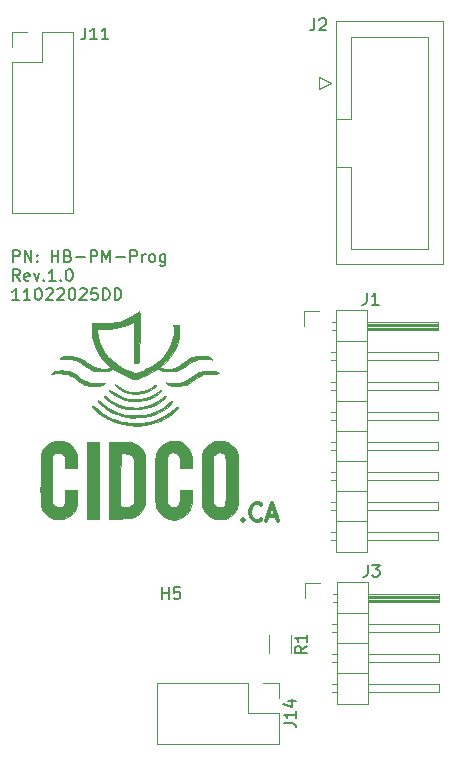
<source format=gbr>
%TF.GenerationSoftware,KiCad,Pcbnew,8.0.6*%
%TF.CreationDate,2025-02-12T12:21:41-05:00*%
%TF.ProjectId,prog,70726f67-2e6b-4696-9361-645f70636258,rev?*%
%TF.SameCoordinates,Original*%
%TF.FileFunction,Legend,Top*%
%TF.FilePolarity,Positive*%
%FSLAX46Y46*%
G04 Gerber Fmt 4.6, Leading zero omitted, Abs format (unit mm)*
G04 Created by KiCad (PCBNEW 8.0.6) date 2025-02-12 12:21:41*
%MOMM*%
%LPD*%
G01*
G04 APERTURE LIST*
%ADD10C,0.150000*%
%ADD11C,0.300000*%
%ADD12C,0.010000*%
%ADD13C,0.120000*%
G04 APERTURE END LIST*
D10*
X102836779Y-61149931D02*
X102836779Y-60149931D01*
X102836779Y-60149931D02*
X103217731Y-60149931D01*
X103217731Y-60149931D02*
X103312969Y-60197550D01*
X103312969Y-60197550D02*
X103360588Y-60245169D01*
X103360588Y-60245169D02*
X103408207Y-60340407D01*
X103408207Y-60340407D02*
X103408207Y-60483264D01*
X103408207Y-60483264D02*
X103360588Y-60578502D01*
X103360588Y-60578502D02*
X103312969Y-60626121D01*
X103312969Y-60626121D02*
X103217731Y-60673740D01*
X103217731Y-60673740D02*
X102836779Y-60673740D01*
X103836779Y-61149931D02*
X103836779Y-60149931D01*
X103836779Y-60149931D02*
X104408207Y-61149931D01*
X104408207Y-61149931D02*
X104408207Y-60149931D01*
X104884398Y-61054692D02*
X104932017Y-61102312D01*
X104932017Y-61102312D02*
X104884398Y-61149931D01*
X104884398Y-61149931D02*
X104836779Y-61102312D01*
X104836779Y-61102312D02*
X104884398Y-61054692D01*
X104884398Y-61054692D02*
X104884398Y-61149931D01*
X104884398Y-60530883D02*
X104932017Y-60578502D01*
X104932017Y-60578502D02*
X104884398Y-60626121D01*
X104884398Y-60626121D02*
X104836779Y-60578502D01*
X104836779Y-60578502D02*
X104884398Y-60530883D01*
X104884398Y-60530883D02*
X104884398Y-60626121D01*
X106122493Y-61149931D02*
X106122493Y-60149931D01*
X106122493Y-60626121D02*
X106693921Y-60626121D01*
X106693921Y-61149931D02*
X106693921Y-60149931D01*
X107503445Y-60626121D02*
X107646302Y-60673740D01*
X107646302Y-60673740D02*
X107693921Y-60721359D01*
X107693921Y-60721359D02*
X107741540Y-60816597D01*
X107741540Y-60816597D02*
X107741540Y-60959454D01*
X107741540Y-60959454D02*
X107693921Y-61054692D01*
X107693921Y-61054692D02*
X107646302Y-61102312D01*
X107646302Y-61102312D02*
X107551064Y-61149931D01*
X107551064Y-61149931D02*
X107170112Y-61149931D01*
X107170112Y-61149931D02*
X107170112Y-60149931D01*
X107170112Y-60149931D02*
X107503445Y-60149931D01*
X107503445Y-60149931D02*
X107598683Y-60197550D01*
X107598683Y-60197550D02*
X107646302Y-60245169D01*
X107646302Y-60245169D02*
X107693921Y-60340407D01*
X107693921Y-60340407D02*
X107693921Y-60435645D01*
X107693921Y-60435645D02*
X107646302Y-60530883D01*
X107646302Y-60530883D02*
X107598683Y-60578502D01*
X107598683Y-60578502D02*
X107503445Y-60626121D01*
X107503445Y-60626121D02*
X107170112Y-60626121D01*
X108170112Y-60768978D02*
X108932017Y-60768978D01*
X109408207Y-61149931D02*
X109408207Y-60149931D01*
X109408207Y-60149931D02*
X109789159Y-60149931D01*
X109789159Y-60149931D02*
X109884397Y-60197550D01*
X109884397Y-60197550D02*
X109932016Y-60245169D01*
X109932016Y-60245169D02*
X109979635Y-60340407D01*
X109979635Y-60340407D02*
X109979635Y-60483264D01*
X109979635Y-60483264D02*
X109932016Y-60578502D01*
X109932016Y-60578502D02*
X109884397Y-60626121D01*
X109884397Y-60626121D02*
X109789159Y-60673740D01*
X109789159Y-60673740D02*
X109408207Y-60673740D01*
X110408207Y-61149931D02*
X110408207Y-60149931D01*
X110408207Y-60149931D02*
X110741540Y-60864216D01*
X110741540Y-60864216D02*
X111074873Y-60149931D01*
X111074873Y-60149931D02*
X111074873Y-61149931D01*
X111551064Y-60768978D02*
X112312969Y-60768978D01*
X112789159Y-61149931D02*
X112789159Y-60149931D01*
X112789159Y-60149931D02*
X113170111Y-60149931D01*
X113170111Y-60149931D02*
X113265349Y-60197550D01*
X113265349Y-60197550D02*
X113312968Y-60245169D01*
X113312968Y-60245169D02*
X113360587Y-60340407D01*
X113360587Y-60340407D02*
X113360587Y-60483264D01*
X113360587Y-60483264D02*
X113312968Y-60578502D01*
X113312968Y-60578502D02*
X113265349Y-60626121D01*
X113265349Y-60626121D02*
X113170111Y-60673740D01*
X113170111Y-60673740D02*
X112789159Y-60673740D01*
X113789159Y-61149931D02*
X113789159Y-60483264D01*
X113789159Y-60673740D02*
X113836778Y-60578502D01*
X113836778Y-60578502D02*
X113884397Y-60530883D01*
X113884397Y-60530883D02*
X113979635Y-60483264D01*
X113979635Y-60483264D02*
X114074873Y-60483264D01*
X114551064Y-61149931D02*
X114455826Y-61102312D01*
X114455826Y-61102312D02*
X114408207Y-61054692D01*
X114408207Y-61054692D02*
X114360588Y-60959454D01*
X114360588Y-60959454D02*
X114360588Y-60673740D01*
X114360588Y-60673740D02*
X114408207Y-60578502D01*
X114408207Y-60578502D02*
X114455826Y-60530883D01*
X114455826Y-60530883D02*
X114551064Y-60483264D01*
X114551064Y-60483264D02*
X114693921Y-60483264D01*
X114693921Y-60483264D02*
X114789159Y-60530883D01*
X114789159Y-60530883D02*
X114836778Y-60578502D01*
X114836778Y-60578502D02*
X114884397Y-60673740D01*
X114884397Y-60673740D02*
X114884397Y-60959454D01*
X114884397Y-60959454D02*
X114836778Y-61054692D01*
X114836778Y-61054692D02*
X114789159Y-61102312D01*
X114789159Y-61102312D02*
X114693921Y-61149931D01*
X114693921Y-61149931D02*
X114551064Y-61149931D01*
X115741540Y-60483264D02*
X115741540Y-61292788D01*
X115741540Y-61292788D02*
X115693921Y-61388026D01*
X115693921Y-61388026D02*
X115646302Y-61435645D01*
X115646302Y-61435645D02*
X115551064Y-61483264D01*
X115551064Y-61483264D02*
X115408207Y-61483264D01*
X115408207Y-61483264D02*
X115312969Y-61435645D01*
X115741540Y-61102312D02*
X115646302Y-61149931D01*
X115646302Y-61149931D02*
X115455826Y-61149931D01*
X115455826Y-61149931D02*
X115360588Y-61102312D01*
X115360588Y-61102312D02*
X115312969Y-61054692D01*
X115312969Y-61054692D02*
X115265350Y-60959454D01*
X115265350Y-60959454D02*
X115265350Y-60673740D01*
X115265350Y-60673740D02*
X115312969Y-60578502D01*
X115312969Y-60578502D02*
X115360588Y-60530883D01*
X115360588Y-60530883D02*
X115455826Y-60483264D01*
X115455826Y-60483264D02*
X115646302Y-60483264D01*
X115646302Y-60483264D02*
X115741540Y-60530883D01*
X103408207Y-62759875D02*
X103074874Y-62283684D01*
X102836779Y-62759875D02*
X102836779Y-61759875D01*
X102836779Y-61759875D02*
X103217731Y-61759875D01*
X103217731Y-61759875D02*
X103312969Y-61807494D01*
X103312969Y-61807494D02*
X103360588Y-61855113D01*
X103360588Y-61855113D02*
X103408207Y-61950351D01*
X103408207Y-61950351D02*
X103408207Y-62093208D01*
X103408207Y-62093208D02*
X103360588Y-62188446D01*
X103360588Y-62188446D02*
X103312969Y-62236065D01*
X103312969Y-62236065D02*
X103217731Y-62283684D01*
X103217731Y-62283684D02*
X102836779Y-62283684D01*
X104217731Y-62712256D02*
X104122493Y-62759875D01*
X104122493Y-62759875D02*
X103932017Y-62759875D01*
X103932017Y-62759875D02*
X103836779Y-62712256D01*
X103836779Y-62712256D02*
X103789160Y-62617017D01*
X103789160Y-62617017D02*
X103789160Y-62236065D01*
X103789160Y-62236065D02*
X103836779Y-62140827D01*
X103836779Y-62140827D02*
X103932017Y-62093208D01*
X103932017Y-62093208D02*
X104122493Y-62093208D01*
X104122493Y-62093208D02*
X104217731Y-62140827D01*
X104217731Y-62140827D02*
X104265350Y-62236065D01*
X104265350Y-62236065D02*
X104265350Y-62331303D01*
X104265350Y-62331303D02*
X103789160Y-62426541D01*
X104598684Y-62093208D02*
X104836779Y-62759875D01*
X104836779Y-62759875D02*
X105074874Y-62093208D01*
X105455827Y-62664636D02*
X105503446Y-62712256D01*
X105503446Y-62712256D02*
X105455827Y-62759875D01*
X105455827Y-62759875D02*
X105408208Y-62712256D01*
X105408208Y-62712256D02*
X105455827Y-62664636D01*
X105455827Y-62664636D02*
X105455827Y-62759875D01*
X106455826Y-62759875D02*
X105884398Y-62759875D01*
X106170112Y-62759875D02*
X106170112Y-61759875D01*
X106170112Y-61759875D02*
X106074874Y-61902732D01*
X106074874Y-61902732D02*
X105979636Y-61997970D01*
X105979636Y-61997970D02*
X105884398Y-62045589D01*
X106884398Y-62664636D02*
X106932017Y-62712256D01*
X106932017Y-62712256D02*
X106884398Y-62759875D01*
X106884398Y-62759875D02*
X106836779Y-62712256D01*
X106836779Y-62712256D02*
X106884398Y-62664636D01*
X106884398Y-62664636D02*
X106884398Y-62759875D01*
X107551064Y-61759875D02*
X107646302Y-61759875D01*
X107646302Y-61759875D02*
X107741540Y-61807494D01*
X107741540Y-61807494D02*
X107789159Y-61855113D01*
X107789159Y-61855113D02*
X107836778Y-61950351D01*
X107836778Y-61950351D02*
X107884397Y-62140827D01*
X107884397Y-62140827D02*
X107884397Y-62378922D01*
X107884397Y-62378922D02*
X107836778Y-62569398D01*
X107836778Y-62569398D02*
X107789159Y-62664636D01*
X107789159Y-62664636D02*
X107741540Y-62712256D01*
X107741540Y-62712256D02*
X107646302Y-62759875D01*
X107646302Y-62759875D02*
X107551064Y-62759875D01*
X107551064Y-62759875D02*
X107455826Y-62712256D01*
X107455826Y-62712256D02*
X107408207Y-62664636D01*
X107408207Y-62664636D02*
X107360588Y-62569398D01*
X107360588Y-62569398D02*
X107312969Y-62378922D01*
X107312969Y-62378922D02*
X107312969Y-62140827D01*
X107312969Y-62140827D02*
X107360588Y-61950351D01*
X107360588Y-61950351D02*
X107408207Y-61855113D01*
X107408207Y-61855113D02*
X107455826Y-61807494D01*
X107455826Y-61807494D02*
X107551064Y-61759875D01*
X103360588Y-64369819D02*
X102789160Y-64369819D01*
X103074874Y-64369819D02*
X103074874Y-63369819D01*
X103074874Y-63369819D02*
X102979636Y-63512676D01*
X102979636Y-63512676D02*
X102884398Y-63607914D01*
X102884398Y-63607914D02*
X102789160Y-63655533D01*
X104312969Y-64369819D02*
X103741541Y-64369819D01*
X104027255Y-64369819D02*
X104027255Y-63369819D01*
X104027255Y-63369819D02*
X103932017Y-63512676D01*
X103932017Y-63512676D02*
X103836779Y-63607914D01*
X103836779Y-63607914D02*
X103741541Y-63655533D01*
X104932017Y-63369819D02*
X105027255Y-63369819D01*
X105027255Y-63369819D02*
X105122493Y-63417438D01*
X105122493Y-63417438D02*
X105170112Y-63465057D01*
X105170112Y-63465057D02*
X105217731Y-63560295D01*
X105217731Y-63560295D02*
X105265350Y-63750771D01*
X105265350Y-63750771D02*
X105265350Y-63988866D01*
X105265350Y-63988866D02*
X105217731Y-64179342D01*
X105217731Y-64179342D02*
X105170112Y-64274580D01*
X105170112Y-64274580D02*
X105122493Y-64322200D01*
X105122493Y-64322200D02*
X105027255Y-64369819D01*
X105027255Y-64369819D02*
X104932017Y-64369819D01*
X104932017Y-64369819D02*
X104836779Y-64322200D01*
X104836779Y-64322200D02*
X104789160Y-64274580D01*
X104789160Y-64274580D02*
X104741541Y-64179342D01*
X104741541Y-64179342D02*
X104693922Y-63988866D01*
X104693922Y-63988866D02*
X104693922Y-63750771D01*
X104693922Y-63750771D02*
X104741541Y-63560295D01*
X104741541Y-63560295D02*
X104789160Y-63465057D01*
X104789160Y-63465057D02*
X104836779Y-63417438D01*
X104836779Y-63417438D02*
X104932017Y-63369819D01*
X105646303Y-63465057D02*
X105693922Y-63417438D01*
X105693922Y-63417438D02*
X105789160Y-63369819D01*
X105789160Y-63369819D02*
X106027255Y-63369819D01*
X106027255Y-63369819D02*
X106122493Y-63417438D01*
X106122493Y-63417438D02*
X106170112Y-63465057D01*
X106170112Y-63465057D02*
X106217731Y-63560295D01*
X106217731Y-63560295D02*
X106217731Y-63655533D01*
X106217731Y-63655533D02*
X106170112Y-63798390D01*
X106170112Y-63798390D02*
X105598684Y-64369819D01*
X105598684Y-64369819D02*
X106217731Y-64369819D01*
X106598684Y-63465057D02*
X106646303Y-63417438D01*
X106646303Y-63417438D02*
X106741541Y-63369819D01*
X106741541Y-63369819D02*
X106979636Y-63369819D01*
X106979636Y-63369819D02*
X107074874Y-63417438D01*
X107074874Y-63417438D02*
X107122493Y-63465057D01*
X107122493Y-63465057D02*
X107170112Y-63560295D01*
X107170112Y-63560295D02*
X107170112Y-63655533D01*
X107170112Y-63655533D02*
X107122493Y-63798390D01*
X107122493Y-63798390D02*
X106551065Y-64369819D01*
X106551065Y-64369819D02*
X107170112Y-64369819D01*
X107789160Y-63369819D02*
X107884398Y-63369819D01*
X107884398Y-63369819D02*
X107979636Y-63417438D01*
X107979636Y-63417438D02*
X108027255Y-63465057D01*
X108027255Y-63465057D02*
X108074874Y-63560295D01*
X108074874Y-63560295D02*
X108122493Y-63750771D01*
X108122493Y-63750771D02*
X108122493Y-63988866D01*
X108122493Y-63988866D02*
X108074874Y-64179342D01*
X108074874Y-64179342D02*
X108027255Y-64274580D01*
X108027255Y-64274580D02*
X107979636Y-64322200D01*
X107979636Y-64322200D02*
X107884398Y-64369819D01*
X107884398Y-64369819D02*
X107789160Y-64369819D01*
X107789160Y-64369819D02*
X107693922Y-64322200D01*
X107693922Y-64322200D02*
X107646303Y-64274580D01*
X107646303Y-64274580D02*
X107598684Y-64179342D01*
X107598684Y-64179342D02*
X107551065Y-63988866D01*
X107551065Y-63988866D02*
X107551065Y-63750771D01*
X107551065Y-63750771D02*
X107598684Y-63560295D01*
X107598684Y-63560295D02*
X107646303Y-63465057D01*
X107646303Y-63465057D02*
X107693922Y-63417438D01*
X107693922Y-63417438D02*
X107789160Y-63369819D01*
X108503446Y-63465057D02*
X108551065Y-63417438D01*
X108551065Y-63417438D02*
X108646303Y-63369819D01*
X108646303Y-63369819D02*
X108884398Y-63369819D01*
X108884398Y-63369819D02*
X108979636Y-63417438D01*
X108979636Y-63417438D02*
X109027255Y-63465057D01*
X109027255Y-63465057D02*
X109074874Y-63560295D01*
X109074874Y-63560295D02*
X109074874Y-63655533D01*
X109074874Y-63655533D02*
X109027255Y-63798390D01*
X109027255Y-63798390D02*
X108455827Y-64369819D01*
X108455827Y-64369819D02*
X109074874Y-64369819D01*
X109979636Y-63369819D02*
X109503446Y-63369819D01*
X109503446Y-63369819D02*
X109455827Y-63846009D01*
X109455827Y-63846009D02*
X109503446Y-63798390D01*
X109503446Y-63798390D02*
X109598684Y-63750771D01*
X109598684Y-63750771D02*
X109836779Y-63750771D01*
X109836779Y-63750771D02*
X109932017Y-63798390D01*
X109932017Y-63798390D02*
X109979636Y-63846009D01*
X109979636Y-63846009D02*
X110027255Y-63941247D01*
X110027255Y-63941247D02*
X110027255Y-64179342D01*
X110027255Y-64179342D02*
X109979636Y-64274580D01*
X109979636Y-64274580D02*
X109932017Y-64322200D01*
X109932017Y-64322200D02*
X109836779Y-64369819D01*
X109836779Y-64369819D02*
X109598684Y-64369819D01*
X109598684Y-64369819D02*
X109503446Y-64322200D01*
X109503446Y-64322200D02*
X109455827Y-64274580D01*
X110455827Y-64369819D02*
X110455827Y-63369819D01*
X110455827Y-63369819D02*
X110693922Y-63369819D01*
X110693922Y-63369819D02*
X110836779Y-63417438D01*
X110836779Y-63417438D02*
X110932017Y-63512676D01*
X110932017Y-63512676D02*
X110979636Y-63607914D01*
X110979636Y-63607914D02*
X111027255Y-63798390D01*
X111027255Y-63798390D02*
X111027255Y-63941247D01*
X111027255Y-63941247D02*
X110979636Y-64131723D01*
X110979636Y-64131723D02*
X110932017Y-64226961D01*
X110932017Y-64226961D02*
X110836779Y-64322200D01*
X110836779Y-64322200D02*
X110693922Y-64369819D01*
X110693922Y-64369819D02*
X110455827Y-64369819D01*
X111455827Y-64369819D02*
X111455827Y-63369819D01*
X111455827Y-63369819D02*
X111693922Y-63369819D01*
X111693922Y-63369819D02*
X111836779Y-63417438D01*
X111836779Y-63417438D02*
X111932017Y-63512676D01*
X111932017Y-63512676D02*
X111979636Y-63607914D01*
X111979636Y-63607914D02*
X112027255Y-63798390D01*
X112027255Y-63798390D02*
X112027255Y-63941247D01*
X112027255Y-63941247D02*
X111979636Y-64131723D01*
X111979636Y-64131723D02*
X111932017Y-64226961D01*
X111932017Y-64226961D02*
X111836779Y-64322200D01*
X111836779Y-64322200D02*
X111693922Y-64369819D01*
X111693922Y-64369819D02*
X111455827Y-64369819D01*
D11*
X122304510Y-82937971D02*
X122375939Y-83009400D01*
X122375939Y-83009400D02*
X122304510Y-83080828D01*
X122304510Y-83080828D02*
X122233082Y-83009400D01*
X122233082Y-83009400D02*
X122304510Y-82937971D01*
X122304510Y-82937971D02*
X122304510Y-83080828D01*
X123875939Y-82937971D02*
X123804511Y-83009400D01*
X123804511Y-83009400D02*
X123590225Y-83080828D01*
X123590225Y-83080828D02*
X123447368Y-83080828D01*
X123447368Y-83080828D02*
X123233082Y-83009400D01*
X123233082Y-83009400D02*
X123090225Y-82866542D01*
X123090225Y-82866542D02*
X123018796Y-82723685D01*
X123018796Y-82723685D02*
X122947368Y-82437971D01*
X122947368Y-82437971D02*
X122947368Y-82223685D01*
X122947368Y-82223685D02*
X123018796Y-81937971D01*
X123018796Y-81937971D02*
X123090225Y-81795114D01*
X123090225Y-81795114D02*
X123233082Y-81652257D01*
X123233082Y-81652257D02*
X123447368Y-81580828D01*
X123447368Y-81580828D02*
X123590225Y-81580828D01*
X123590225Y-81580828D02*
X123804511Y-81652257D01*
X123804511Y-81652257D02*
X123875939Y-81723685D01*
X124447368Y-82652257D02*
X125161654Y-82652257D01*
X124304511Y-83080828D02*
X124804511Y-81580828D01*
X124804511Y-81580828D02*
X125304511Y-83080828D01*
D10*
X125784819Y-100179523D02*
X126499104Y-100179523D01*
X126499104Y-100179523D02*
X126641961Y-100227142D01*
X126641961Y-100227142D02*
X126737200Y-100322380D01*
X126737200Y-100322380D02*
X126784819Y-100465237D01*
X126784819Y-100465237D02*
X126784819Y-100560475D01*
X126784819Y-99179523D02*
X126784819Y-99750951D01*
X126784819Y-99465237D02*
X125784819Y-99465237D01*
X125784819Y-99465237D02*
X125927676Y-99560475D01*
X125927676Y-99560475D02*
X126022914Y-99655713D01*
X126022914Y-99655713D02*
X126070533Y-99750951D01*
X126118152Y-98322380D02*
X126784819Y-98322380D01*
X125737200Y-98560475D02*
X126451485Y-98798570D01*
X126451485Y-98798570D02*
X126451485Y-98179523D01*
X132801666Y-63754819D02*
X132801666Y-64469104D01*
X132801666Y-64469104D02*
X132754047Y-64611961D01*
X132754047Y-64611961D02*
X132658809Y-64707200D01*
X132658809Y-64707200D02*
X132515952Y-64754819D01*
X132515952Y-64754819D02*
X132420714Y-64754819D01*
X133801666Y-64754819D02*
X133230238Y-64754819D01*
X133515952Y-64754819D02*
X133515952Y-63754819D01*
X133515952Y-63754819D02*
X133420714Y-63897676D01*
X133420714Y-63897676D02*
X133325476Y-63992914D01*
X133325476Y-63992914D02*
X133230238Y-64040533D01*
X128356666Y-40534819D02*
X128356666Y-41249104D01*
X128356666Y-41249104D02*
X128309047Y-41391961D01*
X128309047Y-41391961D02*
X128213809Y-41487200D01*
X128213809Y-41487200D02*
X128070952Y-41534819D01*
X128070952Y-41534819D02*
X127975714Y-41534819D01*
X128785238Y-40630057D02*
X128832857Y-40582438D01*
X128832857Y-40582438D02*
X128928095Y-40534819D01*
X128928095Y-40534819D02*
X129166190Y-40534819D01*
X129166190Y-40534819D02*
X129261428Y-40582438D01*
X129261428Y-40582438D02*
X129309047Y-40630057D01*
X129309047Y-40630057D02*
X129356666Y-40725295D01*
X129356666Y-40725295D02*
X129356666Y-40820533D01*
X129356666Y-40820533D02*
X129309047Y-40963390D01*
X129309047Y-40963390D02*
X128737619Y-41534819D01*
X128737619Y-41534819D02*
X129356666Y-41534819D01*
X108965476Y-41304819D02*
X108965476Y-42019104D01*
X108965476Y-42019104D02*
X108917857Y-42161961D01*
X108917857Y-42161961D02*
X108822619Y-42257200D01*
X108822619Y-42257200D02*
X108679762Y-42304819D01*
X108679762Y-42304819D02*
X108584524Y-42304819D01*
X109965476Y-42304819D02*
X109394048Y-42304819D01*
X109679762Y-42304819D02*
X109679762Y-41304819D01*
X109679762Y-41304819D02*
X109584524Y-41447676D01*
X109584524Y-41447676D02*
X109489286Y-41542914D01*
X109489286Y-41542914D02*
X109394048Y-41590533D01*
X110917857Y-42304819D02*
X110346429Y-42304819D01*
X110632143Y-42304819D02*
X110632143Y-41304819D01*
X110632143Y-41304819D02*
X110536905Y-41447676D01*
X110536905Y-41447676D02*
X110441667Y-41542914D01*
X110441667Y-41542914D02*
X110346429Y-41590533D01*
X127724819Y-93666666D02*
X127248628Y-93999999D01*
X127724819Y-94238094D02*
X126724819Y-94238094D01*
X126724819Y-94238094D02*
X126724819Y-93857142D01*
X126724819Y-93857142D02*
X126772438Y-93761904D01*
X126772438Y-93761904D02*
X126820057Y-93714285D01*
X126820057Y-93714285D02*
X126915295Y-93666666D01*
X126915295Y-93666666D02*
X127058152Y-93666666D01*
X127058152Y-93666666D02*
X127153390Y-93714285D01*
X127153390Y-93714285D02*
X127201009Y-93761904D01*
X127201009Y-93761904D02*
X127248628Y-93857142D01*
X127248628Y-93857142D02*
X127248628Y-94238094D01*
X127724819Y-92714285D02*
X127724819Y-93285713D01*
X127724819Y-92999999D02*
X126724819Y-92999999D01*
X126724819Y-92999999D02*
X126867676Y-93095237D01*
X126867676Y-93095237D02*
X126962914Y-93190475D01*
X126962914Y-93190475D02*
X127010533Y-93285713D01*
X115438095Y-89684819D02*
X115438095Y-88684819D01*
X115438095Y-89161009D02*
X116009523Y-89161009D01*
X116009523Y-89684819D02*
X116009523Y-88684819D01*
X116961904Y-88684819D02*
X116485714Y-88684819D01*
X116485714Y-88684819D02*
X116438095Y-89161009D01*
X116438095Y-89161009D02*
X116485714Y-89113390D01*
X116485714Y-89113390D02*
X116580952Y-89065771D01*
X116580952Y-89065771D02*
X116819047Y-89065771D01*
X116819047Y-89065771D02*
X116914285Y-89113390D01*
X116914285Y-89113390D02*
X116961904Y-89161009D01*
X116961904Y-89161009D02*
X117009523Y-89256247D01*
X117009523Y-89256247D02*
X117009523Y-89494342D01*
X117009523Y-89494342D02*
X116961904Y-89589580D01*
X116961904Y-89589580D02*
X116914285Y-89637200D01*
X116914285Y-89637200D02*
X116819047Y-89684819D01*
X116819047Y-89684819D02*
X116580952Y-89684819D01*
X116580952Y-89684819D02*
X116485714Y-89637200D01*
X116485714Y-89637200D02*
X116438095Y-89589580D01*
X132876666Y-86784819D02*
X132876666Y-87499104D01*
X132876666Y-87499104D02*
X132829047Y-87641961D01*
X132829047Y-87641961D02*
X132733809Y-87737200D01*
X132733809Y-87737200D02*
X132590952Y-87784819D01*
X132590952Y-87784819D02*
X132495714Y-87784819D01*
X133257619Y-86784819D02*
X133876666Y-86784819D01*
X133876666Y-86784819D02*
X133543333Y-87165771D01*
X133543333Y-87165771D02*
X133686190Y-87165771D01*
X133686190Y-87165771D02*
X133781428Y-87213390D01*
X133781428Y-87213390D02*
X133829047Y-87261009D01*
X133829047Y-87261009D02*
X133876666Y-87356247D01*
X133876666Y-87356247D02*
X133876666Y-87594342D01*
X133876666Y-87594342D02*
X133829047Y-87689580D01*
X133829047Y-87689580D02*
X133781428Y-87737200D01*
X133781428Y-87737200D02*
X133686190Y-87784819D01*
X133686190Y-87784819D02*
X133400476Y-87784819D01*
X133400476Y-87784819D02*
X133305238Y-87737200D01*
X133305238Y-87737200D02*
X133257619Y-87689580D01*
D12*
%TO.C,logo1*%
X110092400Y-82873200D02*
X109076400Y-82873200D01*
X109076400Y-76370800D01*
X110092400Y-76370800D01*
X110092400Y-82873200D01*
G36*
X110092400Y-82873200D02*
G01*
X109076400Y-82873200D01*
X109076400Y-76370800D01*
X110092400Y-76370800D01*
X110092400Y-82873200D01*
G37*
X111160234Y-72036364D02*
X111229798Y-72091867D01*
X111618862Y-72368741D01*
X112065716Y-72576353D01*
X112552257Y-72712986D01*
X113060380Y-72776927D01*
X113571983Y-72766458D01*
X114068962Y-72679866D01*
X114533212Y-72515435D01*
X114715200Y-72422116D01*
X114899694Y-72306757D01*
X115092833Y-72170395D01*
X115156314Y-72121149D01*
X115304696Y-72019280D01*
X115392620Y-71991492D01*
X115415176Y-72026799D01*
X115367456Y-72114213D01*
X115244553Y-72242747D01*
X115220197Y-72264147D01*
X114851817Y-72520274D01*
X114416550Y-72720155D01*
X113935582Y-72858197D01*
X113430099Y-72928811D01*
X112921284Y-72926406D01*
X112770733Y-72910555D01*
X112365833Y-72829700D01*
X111965570Y-72698473D01*
X111595528Y-72528243D01*
X111281294Y-72330378D01*
X111091534Y-72164327D01*
X111004410Y-72049706D01*
X110995756Y-71985489D01*
X111052166Y-71978700D01*
X111160234Y-72036364D01*
G36*
X111160234Y-72036364D02*
G01*
X111229798Y-72091867D01*
X111618862Y-72368741D01*
X112065716Y-72576353D01*
X112552257Y-72712986D01*
X113060380Y-72776927D01*
X113571983Y-72766458D01*
X114068962Y-72679866D01*
X114533212Y-72515435D01*
X114715200Y-72422116D01*
X114899694Y-72306757D01*
X115092833Y-72170395D01*
X115156314Y-72121149D01*
X115304696Y-72019280D01*
X115392620Y-71991492D01*
X115415176Y-72026799D01*
X115367456Y-72114213D01*
X115244553Y-72242747D01*
X115220197Y-72264147D01*
X114851817Y-72520274D01*
X114416550Y-72720155D01*
X113935582Y-72858197D01*
X113430099Y-72928811D01*
X112921284Y-72926406D01*
X112770733Y-72910555D01*
X112365833Y-72829700D01*
X111965570Y-72698473D01*
X111595528Y-72528243D01*
X111281294Y-72330378D01*
X111091534Y-72164327D01*
X111004410Y-72049706D01*
X110995756Y-71985489D01*
X111052166Y-71978700D01*
X111160234Y-72036364D01*
G37*
X111586006Y-71544050D02*
X111705319Y-71627829D01*
X112060449Y-71875131D01*
X112412669Y-72043675D01*
X112797749Y-72148648D01*
X113009065Y-72181456D01*
X113382585Y-72184862D01*
X113782269Y-72113941D01*
X114176854Y-71978177D01*
X114535076Y-71787055D01*
X114695565Y-71669794D01*
X114824396Y-71577024D01*
X114914947Y-71536809D01*
X114943412Y-71544173D01*
X114959236Y-71594412D01*
X114933447Y-71649792D01*
X114853001Y-71723997D01*
X114704851Y-71830711D01*
X114607834Y-71896180D01*
X114181789Y-72126018D01*
X113730884Y-72260042D01*
X113242778Y-72301869D01*
X113223948Y-72301697D01*
X112999497Y-72293517D01*
X112788517Y-72276628D01*
X112632198Y-72254461D01*
X112617082Y-72251147D01*
X112307278Y-72146377D01*
X111987724Y-71985061D01*
X111708061Y-71793085D01*
X111659589Y-71751783D01*
X111533701Y-71624148D01*
X111481922Y-71540348D01*
X111500581Y-71510332D01*
X111586006Y-71544050D01*
G36*
X111586006Y-71544050D02*
G01*
X111705319Y-71627829D01*
X112060449Y-71875131D01*
X112412669Y-72043675D01*
X112797749Y-72148648D01*
X113009065Y-72181456D01*
X113382585Y-72184862D01*
X113782269Y-72113941D01*
X114176854Y-71978177D01*
X114535076Y-71787055D01*
X114695565Y-71669794D01*
X114824396Y-71577024D01*
X114914947Y-71536809D01*
X114943412Y-71544173D01*
X114959236Y-71594412D01*
X114933447Y-71649792D01*
X114853001Y-71723997D01*
X114704851Y-71830711D01*
X114607834Y-71896180D01*
X114181789Y-72126018D01*
X113730884Y-72260042D01*
X113242778Y-72301869D01*
X113223948Y-72301697D01*
X112999497Y-72293517D01*
X112788517Y-72276628D01*
X112632198Y-72254461D01*
X112617082Y-72251147D01*
X112307278Y-72146377D01*
X111987724Y-71985061D01*
X111708061Y-71793085D01*
X111659589Y-71751783D01*
X111533701Y-71624148D01*
X111481922Y-71540348D01*
X111500581Y-71510332D01*
X111586006Y-71544050D01*
G37*
X110672338Y-72491758D02*
X110784364Y-72576920D01*
X110913301Y-72690462D01*
X111159452Y-72880625D01*
X111474263Y-73064579D01*
X111825249Y-73226534D01*
X112179925Y-73350699D01*
X112369021Y-73398042D01*
X112813002Y-73459092D01*
X113288547Y-73470930D01*
X113751775Y-73434186D01*
X114071066Y-73373536D01*
X114420861Y-73261601D01*
X114780527Y-73105258D01*
X115116810Y-72921389D01*
X115396455Y-72726872D01*
X115470920Y-72662967D01*
X115625331Y-72529883D01*
X115722310Y-72469386D01*
X115771210Y-72477499D01*
X115782000Y-72530692D01*
X115740699Y-72616893D01*
X115629057Y-72737670D01*
X115465461Y-72878107D01*
X115268300Y-73023286D01*
X115055960Y-73158290D01*
X114910861Y-73237386D01*
X114463353Y-73429236D01*
X114008633Y-73552770D01*
X113516512Y-73614611D01*
X113144973Y-73624802D01*
X112731597Y-73610288D01*
X112389824Y-73569202D01*
X112182393Y-73524099D01*
X111764597Y-73387668D01*
X111365375Y-73206963D01*
X111015245Y-72997268D01*
X110810848Y-72837069D01*
X110654581Y-72681780D01*
X110566658Y-72561320D01*
X110551704Y-72484299D01*
X110607831Y-72459200D01*
X110672338Y-72491758D01*
G36*
X110672338Y-72491758D02*
G01*
X110784364Y-72576920D01*
X110913301Y-72690462D01*
X111159452Y-72880625D01*
X111474263Y-73064579D01*
X111825249Y-73226534D01*
X112179925Y-73350699D01*
X112369021Y-73398042D01*
X112813002Y-73459092D01*
X113288547Y-73470930D01*
X113751775Y-73434186D01*
X114071066Y-73373536D01*
X114420861Y-73261601D01*
X114780527Y-73105258D01*
X115116810Y-72921389D01*
X115396455Y-72726872D01*
X115470920Y-72662967D01*
X115625331Y-72529883D01*
X115722310Y-72469386D01*
X115771210Y-72477499D01*
X115782000Y-72530692D01*
X115740699Y-72616893D01*
X115629057Y-72737670D01*
X115465461Y-72878107D01*
X115268300Y-73023286D01*
X115055960Y-73158290D01*
X114910861Y-73237386D01*
X114463353Y-73429236D01*
X114008633Y-73552770D01*
X113516512Y-73614611D01*
X113144973Y-73624802D01*
X112731597Y-73610288D01*
X112389824Y-73569202D01*
X112182393Y-73524099D01*
X111764597Y-73387668D01*
X111365375Y-73206963D01*
X111015245Y-72997268D01*
X110810848Y-72837069D01*
X110654581Y-72681780D01*
X110566658Y-72561320D01*
X110551704Y-72484299D01*
X110607831Y-72459200D01*
X110672338Y-72491758D01*
G37*
X107241566Y-70353776D02*
X107561769Y-70412190D01*
X107860937Y-70503551D01*
X108116603Y-70625540D01*
X108231851Y-70705919D01*
X108538833Y-70949695D01*
X108792665Y-71131587D01*
X109013281Y-71260287D01*
X109220617Y-71344490D01*
X109434607Y-71392888D01*
X109675184Y-71414175D01*
X109863800Y-71417600D01*
X110087003Y-71413394D01*
X110286408Y-71402005D01*
X110429136Y-71385576D01*
X110460700Y-71378732D01*
X110569208Y-71365458D01*
X110596330Y-71400646D01*
X110541876Y-71471687D01*
X110462982Y-71530897D01*
X110324232Y-71583727D01*
X110112151Y-71619936D01*
X109853710Y-71639098D01*
X109575879Y-71640784D01*
X109305630Y-71624568D01*
X109069932Y-71590022D01*
X108940788Y-71555007D01*
X108759657Y-71472312D01*
X108551724Y-71350838D01*
X108388372Y-71236490D01*
X108154897Y-71056999D01*
X107978990Y-70928381D01*
X107839189Y-70837663D01*
X107714029Y-70771872D01*
X107582045Y-70718034D01*
X107461666Y-70676363D01*
X107285549Y-70624596D01*
X107118004Y-70594569D01*
X106925066Y-70582794D01*
X106672770Y-70585778D01*
X106603474Y-70588159D01*
X106069710Y-70607917D01*
X106199797Y-70496021D01*
X106379446Y-70399433D01*
X106627936Y-70345077D01*
X106922799Y-70330631D01*
X107241566Y-70353776D01*
G36*
X107241566Y-70353776D02*
G01*
X107561769Y-70412190D01*
X107860937Y-70503551D01*
X108116603Y-70625540D01*
X108231851Y-70705919D01*
X108538833Y-70949695D01*
X108792665Y-71131587D01*
X109013281Y-71260287D01*
X109220617Y-71344490D01*
X109434607Y-71392888D01*
X109675184Y-71414175D01*
X109863800Y-71417600D01*
X110087003Y-71413394D01*
X110286408Y-71402005D01*
X110429136Y-71385576D01*
X110460700Y-71378732D01*
X110569208Y-71365458D01*
X110596330Y-71400646D01*
X110541876Y-71471687D01*
X110462982Y-71530897D01*
X110324232Y-71583727D01*
X110112151Y-71619936D01*
X109853710Y-71639098D01*
X109575879Y-71640784D01*
X109305630Y-71624568D01*
X109069932Y-71590022D01*
X108940788Y-71555007D01*
X108759657Y-71472312D01*
X108551724Y-71350838D01*
X108388372Y-71236490D01*
X108154897Y-71056999D01*
X107978990Y-70928381D01*
X107839189Y-70837663D01*
X107714029Y-70771872D01*
X107582045Y-70718034D01*
X107461666Y-70676363D01*
X107285549Y-70624596D01*
X107118004Y-70594569D01*
X106925066Y-70582794D01*
X106672770Y-70585778D01*
X106603474Y-70588159D01*
X106069710Y-70607917D01*
X106199797Y-70496021D01*
X106379446Y-70399433D01*
X106627936Y-70345077D01*
X106922799Y-70330631D01*
X107241566Y-70353776D01*
G37*
X119742108Y-70356541D02*
X119965430Y-70381629D01*
X120118557Y-70425644D01*
X120121648Y-70427200D01*
X120234935Y-70492980D01*
X120276114Y-70540976D01*
X120239021Y-70573672D01*
X120117493Y-70593556D01*
X119905368Y-70603113D01*
X119680846Y-70605000D01*
X119414540Y-70606436D01*
X119223179Y-70613710D01*
X119080114Y-70631270D01*
X118958699Y-70663563D01*
X118832288Y-70715038D01*
X118728400Y-70763977D01*
X118506731Y-70887674D01*
X118272649Y-71044321D01*
X118118919Y-71164875D01*
X117889972Y-71348593D01*
X117680733Y-71476194D01*
X117462205Y-71558037D01*
X117205393Y-71604478D01*
X116881301Y-71625872D01*
X116823400Y-71627607D01*
X116578145Y-71629425D01*
X116355481Y-71622634D01*
X116184262Y-71608573D01*
X116108068Y-71594404D01*
X115962216Y-71523834D01*
X115854068Y-71435992D01*
X115789780Y-71358883D01*
X115799719Y-71340095D01*
X115883600Y-71359921D01*
X116179619Y-71412430D01*
X116519116Y-71430300D01*
X116849480Y-71411893D01*
X116968941Y-71393694D01*
X117169301Y-71344431D01*
X117364139Y-71268638D01*
X117573233Y-71155592D01*
X117816361Y-70994573D01*
X118113301Y-70774861D01*
X118119969Y-70769760D01*
X118335562Y-70624653D01*
X118563630Y-70502844D01*
X118721749Y-70440141D01*
X118938412Y-70392180D01*
X119199855Y-70362082D01*
X119477335Y-70350114D01*
X119742108Y-70356541D01*
G36*
X119742108Y-70356541D02*
G01*
X119965430Y-70381629D01*
X120118557Y-70425644D01*
X120121648Y-70427200D01*
X120234935Y-70492980D01*
X120276114Y-70540976D01*
X120239021Y-70573672D01*
X120117493Y-70593556D01*
X119905368Y-70603113D01*
X119680846Y-70605000D01*
X119414540Y-70606436D01*
X119223179Y-70613710D01*
X119080114Y-70631270D01*
X118958699Y-70663563D01*
X118832288Y-70715038D01*
X118728400Y-70763977D01*
X118506731Y-70887674D01*
X118272649Y-71044321D01*
X118118919Y-71164875D01*
X117889972Y-71348593D01*
X117680733Y-71476194D01*
X117462205Y-71558037D01*
X117205393Y-71604478D01*
X116881301Y-71625872D01*
X116823400Y-71627607D01*
X116578145Y-71629425D01*
X116355481Y-71622634D01*
X116184262Y-71608573D01*
X116108068Y-71594404D01*
X115962216Y-71523834D01*
X115854068Y-71435992D01*
X115789780Y-71358883D01*
X115799719Y-71340095D01*
X115883600Y-71359921D01*
X116179619Y-71412430D01*
X116519116Y-71430300D01*
X116849480Y-71411893D01*
X116968941Y-71393694D01*
X117169301Y-71344431D01*
X117364139Y-71268638D01*
X117573233Y-71155592D01*
X117816361Y-70994573D01*
X118113301Y-70774861D01*
X118119969Y-70769760D01*
X118335562Y-70624653D01*
X118563630Y-70502844D01*
X118721749Y-70440141D01*
X118938412Y-70392180D01*
X119199855Y-70362082D01*
X119477335Y-70350114D01*
X119742108Y-70356541D01*
G37*
X109678548Y-73334801D02*
X109766832Y-73394664D01*
X109902482Y-73511542D01*
X110015502Y-73615345D01*
X110399955Y-73939658D01*
X110789507Y-74195117D01*
X111225067Y-74407949D01*
X111301137Y-74439545D01*
X111645251Y-74567467D01*
X111971628Y-74659531D01*
X112307709Y-74720294D01*
X112680934Y-74754312D01*
X113118743Y-74766141D01*
X113267400Y-74766040D01*
X113598478Y-74762107D01*
X113854793Y-74752675D01*
X114063145Y-74734949D01*
X114250336Y-74706133D01*
X114443166Y-74663431D01*
X114573466Y-74629782D01*
X115099212Y-74454218D01*
X115597456Y-74220090D01*
X116042617Y-73940951D01*
X116348722Y-73689274D01*
X116542186Y-73518138D01*
X116678205Y-73425514D01*
X116761365Y-73409450D01*
X116796255Y-73467995D01*
X116798000Y-73498126D01*
X116759397Y-73573375D01*
X116655545Y-73691124D01*
X116504375Y-73835534D01*
X116323817Y-73990768D01*
X116131803Y-74140985D01*
X115946265Y-74270348D01*
X115871643Y-74316378D01*
X115305472Y-74594206D01*
X114682898Y-74803191D01*
X114025156Y-74940023D01*
X113353483Y-75001394D01*
X112689114Y-74983994D01*
X112124400Y-74900265D01*
X111457316Y-74715614D01*
X110851635Y-74459579D01*
X110313916Y-74135459D01*
X109872106Y-73767579D01*
X109708577Y-73603903D01*
X109610835Y-73492616D01*
X109568585Y-73418768D01*
X109571533Y-73367413D01*
X109583797Y-73348925D01*
X109622559Y-73322655D01*
X109678548Y-73334801D01*
G36*
X109678548Y-73334801D02*
G01*
X109766832Y-73394664D01*
X109902482Y-73511542D01*
X110015502Y-73615345D01*
X110399955Y-73939658D01*
X110789507Y-74195117D01*
X111225067Y-74407949D01*
X111301137Y-74439545D01*
X111645251Y-74567467D01*
X111971628Y-74659531D01*
X112307709Y-74720294D01*
X112680934Y-74754312D01*
X113118743Y-74766141D01*
X113267400Y-74766040D01*
X113598478Y-74762107D01*
X113854793Y-74752675D01*
X114063145Y-74734949D01*
X114250336Y-74706133D01*
X114443166Y-74663431D01*
X114573466Y-74629782D01*
X115099212Y-74454218D01*
X115597456Y-74220090D01*
X116042617Y-73940951D01*
X116348722Y-73689274D01*
X116542186Y-73518138D01*
X116678205Y-73425514D01*
X116761365Y-73409450D01*
X116796255Y-73467995D01*
X116798000Y-73498126D01*
X116759397Y-73573375D01*
X116655545Y-73691124D01*
X116504375Y-73835534D01*
X116323817Y-73990768D01*
X116131803Y-74140985D01*
X115946265Y-74270348D01*
X115871643Y-74316378D01*
X115305472Y-74594206D01*
X114682898Y-74803191D01*
X114025156Y-74940023D01*
X113353483Y-75001394D01*
X112689114Y-74983994D01*
X112124400Y-74900265D01*
X111457316Y-74715614D01*
X110851635Y-74459579D01*
X110313916Y-74135459D01*
X109872106Y-73767579D01*
X109708577Y-73603903D01*
X109610835Y-73492616D01*
X109568585Y-73418768D01*
X109571533Y-73367413D01*
X109583797Y-73348925D01*
X109622559Y-73322655D01*
X109678548Y-73334801D01*
G37*
X110126294Y-72882820D02*
X110242067Y-72960024D01*
X110415594Y-73109463D01*
X110480976Y-73169923D01*
X110832834Y-73449585D01*
X111254425Y-73690366D01*
X111274849Y-73700282D01*
X111585560Y-73844065D01*
X111853518Y-73950210D01*
X112104771Y-74024094D01*
X112365368Y-74071090D01*
X112661357Y-74096574D01*
X113018785Y-74105919D01*
X113242000Y-74106167D01*
X113557351Y-74103929D01*
X113794579Y-74098292D01*
X113977159Y-74086296D01*
X114128564Y-74064982D01*
X114272271Y-74031391D01*
X114431755Y-73982563D01*
X114557870Y-73940276D01*
X115070268Y-73733017D01*
X115511137Y-73479765D01*
X115905614Y-73165796D01*
X115948342Y-73125890D01*
X116111133Y-72980167D01*
X116219580Y-72905478D01*
X116284529Y-72894932D01*
X116297779Y-72903859D01*
X116310354Y-72981682D01*
X116246725Y-73098155D01*
X116119296Y-73242220D01*
X115940474Y-73402821D01*
X115722665Y-73568902D01*
X115478275Y-73729404D01*
X115219709Y-73873273D01*
X115197800Y-73884219D01*
X114763271Y-74072918D01*
X114329900Y-74202628D01*
X113865626Y-74280794D01*
X113343600Y-74314723D01*
X113088059Y-74319275D01*
X112859569Y-74319475D01*
X112682818Y-74315555D01*
X112582495Y-74307747D01*
X112581600Y-74307583D01*
X112055489Y-74194008D01*
X111609692Y-74062256D01*
X111223487Y-73904840D01*
X110876153Y-73714273D01*
X110795431Y-73662213D01*
X110618907Y-73533493D01*
X110438729Y-73382976D01*
X110273139Y-73228361D01*
X110140377Y-73087349D01*
X110058683Y-72977638D01*
X110041600Y-72930741D01*
X110061673Y-72874257D01*
X110126294Y-72882820D01*
G36*
X110126294Y-72882820D02*
G01*
X110242067Y-72960024D01*
X110415594Y-73109463D01*
X110480976Y-73169923D01*
X110832834Y-73449585D01*
X111254425Y-73690366D01*
X111274849Y-73700282D01*
X111585560Y-73844065D01*
X111853518Y-73950210D01*
X112104771Y-74024094D01*
X112365368Y-74071090D01*
X112661357Y-74096574D01*
X113018785Y-74105919D01*
X113242000Y-74106167D01*
X113557351Y-74103929D01*
X113794579Y-74098292D01*
X113977159Y-74086296D01*
X114128564Y-74064982D01*
X114272271Y-74031391D01*
X114431755Y-73982563D01*
X114557870Y-73940276D01*
X115070268Y-73733017D01*
X115511137Y-73479765D01*
X115905614Y-73165796D01*
X115948342Y-73125890D01*
X116111133Y-72980167D01*
X116219580Y-72905478D01*
X116284529Y-72894932D01*
X116297779Y-72903859D01*
X116310354Y-72981682D01*
X116246725Y-73098155D01*
X116119296Y-73242220D01*
X115940474Y-73402821D01*
X115722665Y-73568902D01*
X115478275Y-73729404D01*
X115219709Y-73873273D01*
X115197800Y-73884219D01*
X114763271Y-74072918D01*
X114329900Y-74202628D01*
X113865626Y-74280794D01*
X113343600Y-74314723D01*
X113088059Y-74319275D01*
X112859569Y-74319475D01*
X112682818Y-74315555D01*
X112582495Y-74307747D01*
X112581600Y-74307583D01*
X112055489Y-74194008D01*
X111609692Y-74062256D01*
X111223487Y-73904840D01*
X110876153Y-73714273D01*
X110795431Y-73662213D01*
X110618907Y-73533493D01*
X110438729Y-73382976D01*
X110273139Y-73228361D01*
X110140377Y-73087349D01*
X110058683Y-72977638D01*
X110041600Y-72930741D01*
X110061673Y-72874257D01*
X110126294Y-72882820D01*
G37*
X113204415Y-76534342D02*
X113487315Y-76728152D01*
X113731351Y-76977519D01*
X113911009Y-77254175D01*
X113961721Y-77373374D01*
X113979717Y-77448032D01*
X113994485Y-77566284D01*
X114006277Y-77736491D01*
X114015345Y-77967012D01*
X114021938Y-78266205D01*
X114026311Y-78642429D01*
X114028713Y-79104045D01*
X114029400Y-79622000D01*
X114029400Y-81679400D01*
X113889081Y-81965126D01*
X113769982Y-82161955D01*
X113612182Y-82365658D01*
X113501653Y-82481996D01*
X113353755Y-82608706D01*
X113204890Y-82705331D01*
X113038509Y-82775756D01*
X112838064Y-82823868D01*
X112587009Y-82853553D01*
X112268794Y-82868696D01*
X111866872Y-82873184D01*
X111835779Y-82873200D01*
X110956000Y-82873200D01*
X110956000Y-80472699D01*
X111930258Y-80472699D01*
X111930603Y-80867277D01*
X111932123Y-81210081D01*
X111934755Y-81490366D01*
X111938439Y-81697386D01*
X111943110Y-81820397D01*
X111946571Y-81850025D01*
X111988656Y-81886408D01*
X112090621Y-81903521D01*
X112269800Y-81903486D01*
X112353536Y-81899838D01*
X112555126Y-81885992D01*
X112687462Y-81862117D01*
X112782890Y-81817291D01*
X112873751Y-81740591D01*
X112899110Y-81715587D01*
X113064200Y-81550551D01*
X113078658Y-79681996D01*
X113093116Y-77813442D01*
X112975200Y-77638221D01*
X112802298Y-77470389D01*
X112559191Y-77371573D01*
X112252468Y-77344258D01*
X112202352Y-77346424D01*
X111946600Y-77361400D01*
X111933345Y-79571200D01*
X111931151Y-80037091D01*
X111930258Y-80472699D01*
X110956000Y-80472699D01*
X110956000Y-76370800D01*
X112897578Y-76370800D01*
X113204415Y-76534342D01*
G36*
X113204415Y-76534342D02*
G01*
X113487315Y-76728152D01*
X113731351Y-76977519D01*
X113911009Y-77254175D01*
X113961721Y-77373374D01*
X113979717Y-77448032D01*
X113994485Y-77566284D01*
X114006277Y-77736491D01*
X114015345Y-77967012D01*
X114021938Y-78266205D01*
X114026311Y-78642429D01*
X114028713Y-79104045D01*
X114029400Y-79622000D01*
X114029400Y-81679400D01*
X113889081Y-81965126D01*
X113769982Y-82161955D01*
X113612182Y-82365658D01*
X113501653Y-82481996D01*
X113353755Y-82608706D01*
X113204890Y-82705331D01*
X113038509Y-82775756D01*
X112838064Y-82823868D01*
X112587009Y-82853553D01*
X112268794Y-82868696D01*
X111866872Y-82873184D01*
X111835779Y-82873200D01*
X110956000Y-82873200D01*
X110956000Y-80472699D01*
X111930258Y-80472699D01*
X111930603Y-80867277D01*
X111932123Y-81210081D01*
X111934755Y-81490366D01*
X111938439Y-81697386D01*
X111943110Y-81820397D01*
X111946571Y-81850025D01*
X111988656Y-81886408D01*
X112090621Y-81903521D01*
X112269800Y-81903486D01*
X112353536Y-81899838D01*
X112555126Y-81885992D01*
X112687462Y-81862117D01*
X112782890Y-81817291D01*
X112873751Y-81740591D01*
X112899110Y-81715587D01*
X113064200Y-81550551D01*
X113078658Y-79681996D01*
X113093116Y-77813442D01*
X112975200Y-77638221D01*
X112802298Y-77470389D01*
X112559191Y-77371573D01*
X112252468Y-77344258D01*
X112202352Y-77346424D01*
X111946600Y-77361400D01*
X111933345Y-79571200D01*
X111931151Y-80037091D01*
X111930258Y-80472699D01*
X110956000Y-80472699D01*
X110956000Y-76370800D01*
X112897578Y-76370800D01*
X113204415Y-76534342D01*
G37*
X116864694Y-76345734D02*
X117208793Y-76486545D01*
X117509500Y-76706293D01*
X117586579Y-76785194D01*
X117754168Y-76992971D01*
X117869690Y-77198833D01*
X117941659Y-77428947D01*
X117978588Y-77709482D01*
X117988876Y-78021800D01*
X117991800Y-78580600D01*
X117502636Y-78595065D01*
X117013473Y-78609531D01*
X116992315Y-78125782D01*
X116968251Y-77827518D01*
X116920389Y-77612229D01*
X116839887Y-77462392D01*
X116717897Y-77360489D01*
X116574574Y-77298335D01*
X116350056Y-77272415D01*
X116141145Y-77339343D01*
X115971550Y-77490688D01*
X115951051Y-77520022D01*
X115927393Y-77562197D01*
X115908111Y-77616097D01*
X115892762Y-77691805D01*
X115880902Y-77799403D01*
X115872090Y-77948974D01*
X115865879Y-78150600D01*
X115861829Y-78414363D01*
X115859495Y-78750346D01*
X115858433Y-79168630D01*
X115858200Y-79631488D01*
X115858200Y-81601246D01*
X116024276Y-81767323D01*
X116154996Y-81877637D01*
X116284197Y-81925208D01*
X116413884Y-81933400D01*
X116624607Y-81902318D01*
X116784634Y-81804616D01*
X116897780Y-81633607D01*
X116967861Y-81382608D01*
X116998692Y-81044931D01*
X117000916Y-80904700D01*
X117001200Y-80485600D01*
X118030685Y-80485600D01*
X118006436Y-81133300D01*
X117981677Y-81518332D01*
X117935139Y-81822832D01*
X117859915Y-82066775D01*
X117749098Y-82270133D01*
X117595781Y-82452881D01*
X117527306Y-82518899D01*
X117205339Y-82749779D01*
X116840799Y-82896592D01*
X116453569Y-82953741D01*
X116094255Y-82922291D01*
X115756401Y-82802908D01*
X115447600Y-82597589D01*
X115185976Y-82321408D01*
X114999967Y-82012180D01*
X114973929Y-81952608D01*
X114952496Y-81890368D01*
X114935222Y-81815463D01*
X114921657Y-81717891D01*
X114911355Y-81587654D01*
X114903868Y-81414751D01*
X114898749Y-81189184D01*
X114895551Y-80900952D01*
X114893825Y-80540055D01*
X114893124Y-80096495D01*
X114893000Y-79622000D01*
X114893152Y-79096342D01*
X114893911Y-78662272D01*
X114895732Y-78309778D01*
X114899069Y-78028848D01*
X114904375Y-77809469D01*
X114912105Y-77641629D01*
X114922712Y-77515316D01*
X114936652Y-77420519D01*
X114954378Y-77347224D01*
X114976344Y-77285420D01*
X115001576Y-77228181D01*
X115209462Y-76893923D01*
X115491120Y-76614454D01*
X115773844Y-76435812D01*
X116127039Y-76316478D01*
X116497383Y-76287748D01*
X116864694Y-76345734D01*
G36*
X116864694Y-76345734D02*
G01*
X117208793Y-76486545D01*
X117509500Y-76706293D01*
X117586579Y-76785194D01*
X117754168Y-76992971D01*
X117869690Y-77198833D01*
X117941659Y-77428947D01*
X117978588Y-77709482D01*
X117988876Y-78021800D01*
X117991800Y-78580600D01*
X117502636Y-78595065D01*
X117013473Y-78609531D01*
X116992315Y-78125782D01*
X116968251Y-77827518D01*
X116920389Y-77612229D01*
X116839887Y-77462392D01*
X116717897Y-77360489D01*
X116574574Y-77298335D01*
X116350056Y-77272415D01*
X116141145Y-77339343D01*
X115971550Y-77490688D01*
X115951051Y-77520022D01*
X115927393Y-77562197D01*
X115908111Y-77616097D01*
X115892762Y-77691805D01*
X115880902Y-77799403D01*
X115872090Y-77948974D01*
X115865879Y-78150600D01*
X115861829Y-78414363D01*
X115859495Y-78750346D01*
X115858433Y-79168630D01*
X115858200Y-79631488D01*
X115858200Y-81601246D01*
X116024276Y-81767323D01*
X116154996Y-81877637D01*
X116284197Y-81925208D01*
X116413884Y-81933400D01*
X116624607Y-81902318D01*
X116784634Y-81804616D01*
X116897780Y-81633607D01*
X116967861Y-81382608D01*
X116998692Y-81044931D01*
X117000916Y-80904700D01*
X117001200Y-80485600D01*
X118030685Y-80485600D01*
X118006436Y-81133300D01*
X117981677Y-81518332D01*
X117935139Y-81822832D01*
X117859915Y-82066775D01*
X117749098Y-82270133D01*
X117595781Y-82452881D01*
X117527306Y-82518899D01*
X117205339Y-82749779D01*
X116840799Y-82896592D01*
X116453569Y-82953741D01*
X116094255Y-82922291D01*
X115756401Y-82802908D01*
X115447600Y-82597589D01*
X115185976Y-82321408D01*
X114999967Y-82012180D01*
X114973929Y-81952608D01*
X114952496Y-81890368D01*
X114935222Y-81815463D01*
X114921657Y-81717891D01*
X114911355Y-81587654D01*
X114903868Y-81414751D01*
X114898749Y-81189184D01*
X114895551Y-80900952D01*
X114893825Y-80540055D01*
X114893124Y-80096495D01*
X114893000Y-79622000D01*
X114893152Y-79096342D01*
X114893911Y-78662272D01*
X114895732Y-78309778D01*
X114899069Y-78028848D01*
X114904375Y-77809469D01*
X114912105Y-77641629D01*
X114922712Y-77515316D01*
X114936652Y-77420519D01*
X114954378Y-77347224D01*
X114976344Y-77285420D01*
X115001576Y-77228181D01*
X115209462Y-76893923D01*
X115491120Y-76614454D01*
X115773844Y-76435812D01*
X116127039Y-76316478D01*
X116497383Y-76287748D01*
X116864694Y-76345734D01*
G37*
X106927730Y-76306856D02*
X107129860Y-76332596D01*
X107261025Y-76363703D01*
X107549039Y-76510773D01*
X107815737Y-76734901D01*
X108034488Y-77011683D01*
X108105622Y-77137686D01*
X108174903Y-77282796D01*
X108220310Y-77405248D01*
X108246855Y-77533348D01*
X108259551Y-77695404D01*
X108263408Y-77919721D01*
X108263600Y-78029913D01*
X108263600Y-78606000D01*
X107247600Y-78606000D01*
X107247600Y-78125167D01*
X107245960Y-77898928D01*
X107236800Y-77747633D01*
X107213756Y-77644631D01*
X107170467Y-77563274D01*
X107100571Y-77476910D01*
X107089937Y-77464767D01*
X106975894Y-77350900D01*
X106867569Y-77298683D01*
X106714495Y-77285284D01*
X106693041Y-77285200D01*
X106525431Y-77297678D01*
X106407313Y-77348599D01*
X106304604Y-77440884D01*
X106155400Y-77596569D01*
X106141922Y-79561784D01*
X106138702Y-80061632D01*
X106136849Y-80470120D01*
X106136780Y-80797484D01*
X106138909Y-81053961D01*
X106143654Y-81249786D01*
X106151430Y-81395195D01*
X106162653Y-81500424D01*
X106177740Y-81575709D01*
X106197106Y-81631286D01*
X106221167Y-81677392D01*
X106228392Y-81689332D01*
X106378639Y-81847130D01*
X106571579Y-81928592D01*
X106782018Y-81932977D01*
X106984762Y-81859539D01*
X107147721Y-81716472D01*
X107193159Y-81644810D01*
X107222585Y-81553681D01*
X107239262Y-81420892D01*
X107246457Y-81224248D01*
X107247600Y-81037549D01*
X107247600Y-80485600D01*
X108263600Y-80485600D01*
X108263103Y-81133300D01*
X108260866Y-81413197D01*
X108252493Y-81615909D01*
X108234745Y-81765810D01*
X108204382Y-81887275D01*
X108158162Y-82004675D01*
X108142785Y-82038322D01*
X107945882Y-82371030D01*
X107698263Y-82623055D01*
X107439722Y-82783309D01*
X107155925Y-82886311D01*
X106840666Y-82943088D01*
X106536835Y-82948073D01*
X106370510Y-82922094D01*
X106024013Y-82792338D01*
X105720504Y-82581321D01*
X105560819Y-82421975D01*
X105468495Y-82317040D01*
X105391553Y-82219028D01*
X105328665Y-82117930D01*
X105278504Y-82003737D01*
X105239742Y-81866438D01*
X105211050Y-81696026D01*
X105191103Y-81482490D01*
X105178571Y-81215821D01*
X105172127Y-80886011D01*
X105170444Y-80483049D01*
X105172195Y-79996927D01*
X105175354Y-79515910D01*
X105179155Y-78997905D01*
X105182923Y-78571361D01*
X105187213Y-78226142D01*
X105192579Y-77952111D01*
X105199576Y-77739132D01*
X105208759Y-77577067D01*
X105220682Y-77455781D01*
X105235899Y-77365136D01*
X105254966Y-77294995D01*
X105278437Y-77235223D01*
X105302952Y-77183600D01*
X105520728Y-76849449D01*
X105803261Y-76587023D01*
X106137959Y-76404233D01*
X106512231Y-76308994D01*
X106714200Y-76296682D01*
X106927730Y-76306856D01*
G36*
X106927730Y-76306856D02*
G01*
X107129860Y-76332596D01*
X107261025Y-76363703D01*
X107549039Y-76510773D01*
X107815737Y-76734901D01*
X108034488Y-77011683D01*
X108105622Y-77137686D01*
X108174903Y-77282796D01*
X108220310Y-77405248D01*
X108246855Y-77533348D01*
X108259551Y-77695404D01*
X108263408Y-77919721D01*
X108263600Y-78029913D01*
X108263600Y-78606000D01*
X107247600Y-78606000D01*
X107247600Y-78125167D01*
X107245960Y-77898928D01*
X107236800Y-77747633D01*
X107213756Y-77644631D01*
X107170467Y-77563274D01*
X107100571Y-77476910D01*
X107089937Y-77464767D01*
X106975894Y-77350900D01*
X106867569Y-77298683D01*
X106714495Y-77285284D01*
X106693041Y-77285200D01*
X106525431Y-77297678D01*
X106407313Y-77348599D01*
X106304604Y-77440884D01*
X106155400Y-77596569D01*
X106141922Y-79561784D01*
X106138702Y-80061632D01*
X106136849Y-80470120D01*
X106136780Y-80797484D01*
X106138909Y-81053961D01*
X106143654Y-81249786D01*
X106151430Y-81395195D01*
X106162653Y-81500424D01*
X106177740Y-81575709D01*
X106197106Y-81631286D01*
X106221167Y-81677392D01*
X106228392Y-81689332D01*
X106378639Y-81847130D01*
X106571579Y-81928592D01*
X106782018Y-81932977D01*
X106984762Y-81859539D01*
X107147721Y-81716472D01*
X107193159Y-81644810D01*
X107222585Y-81553681D01*
X107239262Y-81420892D01*
X107246457Y-81224248D01*
X107247600Y-81037549D01*
X107247600Y-80485600D01*
X108263600Y-80485600D01*
X108263103Y-81133300D01*
X108260866Y-81413197D01*
X108252493Y-81615909D01*
X108234745Y-81765810D01*
X108204382Y-81887275D01*
X108158162Y-82004675D01*
X108142785Y-82038322D01*
X107945882Y-82371030D01*
X107698263Y-82623055D01*
X107439722Y-82783309D01*
X107155925Y-82886311D01*
X106840666Y-82943088D01*
X106536835Y-82948073D01*
X106370510Y-82922094D01*
X106024013Y-82792338D01*
X105720504Y-82581321D01*
X105560819Y-82421975D01*
X105468495Y-82317040D01*
X105391553Y-82219028D01*
X105328665Y-82117930D01*
X105278504Y-82003737D01*
X105239742Y-81866438D01*
X105211050Y-81696026D01*
X105191103Y-81482490D01*
X105178571Y-81215821D01*
X105172127Y-80886011D01*
X105170444Y-80483049D01*
X105172195Y-79996927D01*
X105175354Y-79515910D01*
X105179155Y-78997905D01*
X105182923Y-78571361D01*
X105187213Y-78226142D01*
X105192579Y-77952111D01*
X105199576Y-77739132D01*
X105208759Y-77577067D01*
X105220682Y-77455781D01*
X105235899Y-77365136D01*
X105254966Y-77294995D01*
X105278437Y-77235223D01*
X105302952Y-77183600D01*
X105520728Y-76849449D01*
X105803261Y-76587023D01*
X106137959Y-76404233D01*
X106512231Y-76308994D01*
X106714200Y-76296682D01*
X106927730Y-76306856D01*
G37*
X120586893Y-76300919D02*
X120755153Y-76320397D01*
X120895475Y-76361650D01*
X121043023Y-76431066D01*
X121341002Y-76637483D01*
X121601442Y-76913464D01*
X121794396Y-77227258D01*
X121794823Y-77228181D01*
X121821533Y-77289062D01*
X121843463Y-77351928D01*
X121861083Y-77426938D01*
X121874865Y-77524251D01*
X121885279Y-77654023D01*
X121892795Y-77826415D01*
X121897886Y-78051583D01*
X121901020Y-78339687D01*
X121902670Y-78700884D01*
X121903305Y-79145332D01*
X121903400Y-79571200D01*
X121903136Y-80114825D01*
X121901662Y-80567158D01*
X121897949Y-80938508D01*
X121890973Y-81239182D01*
X121879706Y-81479489D01*
X121863122Y-81669736D01*
X121840195Y-81820231D01*
X121809897Y-81941284D01*
X121771203Y-82043200D01*
X121723086Y-82136290D01*
X121664520Y-82230860D01*
X121633903Y-82277522D01*
X121403471Y-82538885D01*
X121106013Y-82743541D01*
X120764232Y-82882441D01*
X120400831Y-82946535D01*
X120038512Y-82926777D01*
X120015862Y-82922439D01*
X119661863Y-82800980D01*
X119344074Y-82590829D01*
X119075415Y-82302190D01*
X118924286Y-82060400D01*
X118804600Y-81831800D01*
X118804600Y-81611534D01*
X119769800Y-81611534D01*
X119935701Y-81759767D01*
X120126529Y-81871725D01*
X120347654Y-81913259D01*
X120559957Y-81878809D01*
X120610813Y-81855694D01*
X120671915Y-81819243D01*
X120722225Y-81775066D01*
X120762788Y-81713598D01*
X120794652Y-81625276D01*
X120818863Y-81500537D01*
X120836466Y-81329817D01*
X120848508Y-81103553D01*
X120856035Y-80812180D01*
X120860094Y-80446135D01*
X120861731Y-79995854D01*
X120862000Y-79559626D01*
X120861909Y-79041409D01*
X120860696Y-78615128D01*
X120856942Y-78271122D01*
X120849234Y-77999727D01*
X120836155Y-77791281D01*
X120816289Y-77636120D01*
X120788222Y-77524582D01*
X120750537Y-77447005D01*
X120701819Y-77393724D01*
X120640651Y-77355078D01*
X120565620Y-77321404D01*
X120532044Y-77307428D01*
X120316845Y-77269239D01*
X120098471Y-77320575D01*
X119905237Y-77454365D01*
X119893027Y-77467015D01*
X119769800Y-77598185D01*
X119769800Y-81611534D01*
X118804600Y-81611534D01*
X118804600Y-79622000D01*
X118804882Y-79085531D01*
X118805974Y-78641004D01*
X118808240Y-78278760D01*
X118812046Y-77989144D01*
X118817759Y-77762497D01*
X118825327Y-77598185D01*
X118825743Y-77589161D01*
X118836364Y-77459479D01*
X118849989Y-77363794D01*
X118866982Y-77292448D01*
X118887709Y-77235784D01*
X118895614Y-77218271D01*
X119047589Y-76975197D01*
X119263241Y-76733715D01*
X119509791Y-76527338D01*
X119666160Y-76430466D01*
X119814595Y-76360814D01*
X119955081Y-76319964D01*
X120124251Y-76300754D01*
X120354000Y-76296025D01*
X120586893Y-76300919D01*
G36*
X120586893Y-76300919D02*
G01*
X120755153Y-76320397D01*
X120895475Y-76361650D01*
X121043023Y-76431066D01*
X121341002Y-76637483D01*
X121601442Y-76913464D01*
X121794396Y-77227258D01*
X121794823Y-77228181D01*
X121821533Y-77289062D01*
X121843463Y-77351928D01*
X121861083Y-77426938D01*
X121874865Y-77524251D01*
X121885279Y-77654023D01*
X121892795Y-77826415D01*
X121897886Y-78051583D01*
X121901020Y-78339687D01*
X121902670Y-78700884D01*
X121903305Y-79145332D01*
X121903400Y-79571200D01*
X121903136Y-80114825D01*
X121901662Y-80567158D01*
X121897949Y-80938508D01*
X121890973Y-81239182D01*
X121879706Y-81479489D01*
X121863122Y-81669736D01*
X121840195Y-81820231D01*
X121809897Y-81941284D01*
X121771203Y-82043200D01*
X121723086Y-82136290D01*
X121664520Y-82230860D01*
X121633903Y-82277522D01*
X121403471Y-82538885D01*
X121106013Y-82743541D01*
X120764232Y-82882441D01*
X120400831Y-82946535D01*
X120038512Y-82926777D01*
X120015862Y-82922439D01*
X119661863Y-82800980D01*
X119344074Y-82590829D01*
X119075415Y-82302190D01*
X118924286Y-82060400D01*
X118804600Y-81831800D01*
X118804600Y-81611534D01*
X119769800Y-81611534D01*
X119935701Y-81759767D01*
X120126529Y-81871725D01*
X120347654Y-81913259D01*
X120559957Y-81878809D01*
X120610813Y-81855694D01*
X120671915Y-81819243D01*
X120722225Y-81775066D01*
X120762788Y-81713598D01*
X120794652Y-81625276D01*
X120818863Y-81500537D01*
X120836466Y-81329817D01*
X120848508Y-81103553D01*
X120856035Y-80812180D01*
X120860094Y-80446135D01*
X120861731Y-79995854D01*
X120862000Y-79559626D01*
X120861909Y-79041409D01*
X120860696Y-78615128D01*
X120856942Y-78271122D01*
X120849234Y-77999727D01*
X120836155Y-77791281D01*
X120816289Y-77636120D01*
X120788222Y-77524582D01*
X120750537Y-77447005D01*
X120701819Y-77393724D01*
X120640651Y-77355078D01*
X120565620Y-77321404D01*
X120532044Y-77307428D01*
X120316845Y-77269239D01*
X120098471Y-77320575D01*
X119905237Y-77454365D01*
X119893027Y-77467015D01*
X119769800Y-77598185D01*
X119769800Y-81611534D01*
X118804600Y-81611534D01*
X118804600Y-79622000D01*
X118804882Y-79085531D01*
X118805974Y-78641004D01*
X118808240Y-78278760D01*
X118812046Y-77989144D01*
X118817759Y-77762497D01*
X118825327Y-77598185D01*
X118825743Y-77589161D01*
X118836364Y-77459479D01*
X118849989Y-77363794D01*
X118866982Y-77292448D01*
X118887709Y-77235784D01*
X118895614Y-77218271D01*
X119047589Y-76975197D01*
X119263241Y-76733715D01*
X119509791Y-76527338D01*
X119666160Y-76430466D01*
X119814595Y-76360814D01*
X119955081Y-76319964D01*
X120124251Y-76300754D01*
X120354000Y-76296025D01*
X120586893Y-76300919D01*
G37*
X113551086Y-65345052D02*
X113555221Y-65482660D01*
X113558151Y-65696535D01*
X113559951Y-65974016D01*
X113560691Y-66302439D01*
X113560446Y-66669144D01*
X113559289Y-67061469D01*
X113557291Y-67466751D01*
X113554526Y-67872328D01*
X113551067Y-68265539D01*
X113546986Y-68633721D01*
X113542357Y-68964213D01*
X113537251Y-69244353D01*
X113531743Y-69461479D01*
X113525905Y-69602928D01*
X113520604Y-69654604D01*
X113453194Y-69699269D01*
X113303100Y-69708689D01*
X113293586Y-69708172D01*
X113089600Y-69696136D01*
X113089600Y-67953468D01*
X113089067Y-67544164D01*
X113087553Y-67169049D01*
X113085184Y-66839737D01*
X113082088Y-66567838D01*
X113078390Y-66364964D01*
X113074217Y-66242728D01*
X113070598Y-66210800D01*
X113019256Y-66233433D01*
X112908847Y-66291297D01*
X112826738Y-66336475D01*
X112521415Y-66488379D01*
X112203547Y-66605361D01*
X111853096Y-66691954D01*
X111450025Y-66752687D01*
X110974296Y-66792094D01*
X110765500Y-66802628D01*
X109990800Y-66836147D01*
X109990800Y-67097000D01*
X110026667Y-67452725D01*
X110127535Y-67848241D01*
X110283303Y-68254914D01*
X110483869Y-68644108D01*
X110601699Y-68828888D01*
X110899137Y-69192548D01*
X111278567Y-69547203D01*
X111720536Y-69878266D01*
X112205590Y-70171147D01*
X112709095Y-70409153D01*
X112904582Y-70486163D01*
X113061580Y-70534543D01*
X113201620Y-70551731D01*
X113346232Y-70535164D01*
X113516946Y-70482280D01*
X113735294Y-70390517D01*
X114022806Y-70257312D01*
X114035628Y-70251284D01*
X114649269Y-69918355D01*
X115175282Y-69538414D01*
X115612597Y-69112807D01*
X115960140Y-68642877D01*
X116216838Y-68129972D01*
X116381619Y-67575436D01*
X116433783Y-67243262D01*
X116452191Y-67022704D01*
X116459745Y-66814601D01*
X116455000Y-66661280D01*
X116454000Y-66652275D01*
X116430578Y-66458750D01*
X116925000Y-66490200D01*
X116917267Y-66935291D01*
X116857299Y-67558515D01*
X116701202Y-68152336D01*
X116451534Y-68711509D01*
X116110853Y-69230791D01*
X115681717Y-69704938D01*
X115477110Y-69888186D01*
X115352657Y-69997412D01*
X115269809Y-70078516D01*
X115246949Y-70112282D01*
X115323264Y-70140463D01*
X115472686Y-70163283D01*
X115666785Y-70179017D01*
X115877133Y-70185939D01*
X116075303Y-70182323D01*
X116206886Y-70170554D01*
X116578101Y-70089614D01*
X116896546Y-69951182D01*
X117201376Y-69737375D01*
X117255319Y-69691675D01*
X117457649Y-69536478D01*
X117694071Y-69383643D01*
X117864800Y-69290777D01*
X118010306Y-69223440D01*
X118132433Y-69178392D01*
X118257877Y-69151170D01*
X118413339Y-69137313D01*
X118625515Y-69132359D01*
X118816077Y-69131800D01*
X119076835Y-69132591D01*
X119256659Y-69137547D01*
X119376214Y-69150540D01*
X119456165Y-69175444D01*
X119517177Y-69216133D01*
X119578077Y-69274613D01*
X119719000Y-69417427D01*
X119566600Y-69376213D01*
X119444483Y-69357692D01*
X119256480Y-69345333D01*
X119038222Y-69341240D01*
X118982400Y-69341765D01*
X118532655Y-69383086D01*
X118139573Y-69497764D01*
X117781293Y-69694681D01*
X117458400Y-69961092D01*
X117347285Y-70045341D01*
X117180153Y-70147744D01*
X117001200Y-70242092D01*
X116852028Y-70311253D01*
X116727065Y-70356927D01*
X116598311Y-70383962D01*
X116437766Y-70397203D01*
X116217429Y-70401495D01*
X116078356Y-70401800D01*
X115818296Y-70400009D01*
X115637558Y-70392368D01*
X115513895Y-70375475D01*
X115425060Y-70345925D01*
X115348802Y-70300316D01*
X115331113Y-70287500D01*
X115216487Y-70208134D01*
X115133587Y-70182588D01*
X115044349Y-70212125D01*
X114910710Y-70298010D01*
X114905373Y-70301636D01*
X114713767Y-70418652D01*
X114460342Y-70555452D01*
X114178248Y-70695721D01*
X113900639Y-70823147D01*
X113660666Y-70921415D01*
X113605904Y-70941081D01*
X113316575Y-71015848D01*
X113057176Y-71020084D01*
X112784859Y-70952512D01*
X112683200Y-70913560D01*
X112134861Y-70662343D01*
X111581849Y-70358942D01*
X111554501Y-70342561D01*
X111264003Y-70167789D01*
X111113603Y-70278985D01*
X111018091Y-70335542D01*
X110897673Y-70373450D01*
X110726705Y-70398249D01*
X110482545Y-70415322D01*
X110065308Y-70413832D01*
X109709748Y-70355757D01*
X109387970Y-70232455D01*
X109072076Y-70035289D01*
X108949400Y-69940513D01*
X108521487Y-69641676D01*
X108096887Y-69441500D01*
X107668184Y-69337615D01*
X107227965Y-69327650D01*
X107083303Y-69343932D01*
X106907525Y-69367550D01*
X106813862Y-69372290D01*
X106784080Y-69355137D01*
X106799940Y-69313079D01*
X106808749Y-69298562D01*
X106924476Y-69204213D01*
X107130527Y-69142510D01*
X107420605Y-69114680D01*
X107730200Y-69118662D01*
X108099643Y-69156592D01*
X108415504Y-69237653D01*
X108710253Y-69374581D01*
X109016364Y-69580113D01*
X109127152Y-69666563D01*
X109331188Y-69817177D01*
X109545267Y-69954082D01*
X109732952Y-70054593D01*
X109787552Y-70077693D01*
X110042570Y-70144971D01*
X110352952Y-70184094D01*
X110675684Y-70192296D01*
X110967753Y-70166813D01*
X111020877Y-70156983D01*
X111212755Y-70117279D01*
X110912169Y-69866115D01*
X110565857Y-69529176D01*
X110244178Y-69126347D01*
X109966618Y-68686901D01*
X109752663Y-68240109D01*
X109667516Y-67996336D01*
X109600536Y-67722207D01*
X109546932Y-67410053D01*
X109510708Y-67094247D01*
X109495866Y-66809162D01*
X109504939Y-66600301D01*
X109537737Y-66337800D01*
X110411968Y-66334124D01*
X110871051Y-66326329D01*
X111249286Y-66305324D01*
X111566891Y-66268296D01*
X111844084Y-66212431D01*
X112101084Y-66134915D01*
X112250457Y-66078280D01*
X112557301Y-65935524D01*
X112884504Y-65752864D01*
X113187110Y-65556587D01*
X113342474Y-65439735D01*
X113454401Y-65353304D01*
X113530938Y-65302251D01*
X113545674Y-65296373D01*
X113551086Y-65345052D01*
G36*
X113551086Y-65345052D02*
G01*
X113555221Y-65482660D01*
X113558151Y-65696535D01*
X113559951Y-65974016D01*
X113560691Y-66302439D01*
X113560446Y-66669144D01*
X113559289Y-67061469D01*
X113557291Y-67466751D01*
X113554526Y-67872328D01*
X113551067Y-68265539D01*
X113546986Y-68633721D01*
X113542357Y-68964213D01*
X113537251Y-69244353D01*
X113531743Y-69461479D01*
X113525905Y-69602928D01*
X113520604Y-69654604D01*
X113453194Y-69699269D01*
X113303100Y-69708689D01*
X113293586Y-69708172D01*
X113089600Y-69696136D01*
X113089600Y-67953468D01*
X113089067Y-67544164D01*
X113087553Y-67169049D01*
X113085184Y-66839737D01*
X113082088Y-66567838D01*
X113078390Y-66364964D01*
X113074217Y-66242728D01*
X113070598Y-66210800D01*
X113019256Y-66233433D01*
X112908847Y-66291297D01*
X112826738Y-66336475D01*
X112521415Y-66488379D01*
X112203547Y-66605361D01*
X111853096Y-66691954D01*
X111450025Y-66752687D01*
X110974296Y-66792094D01*
X110765500Y-66802628D01*
X109990800Y-66836147D01*
X109990800Y-67097000D01*
X110026667Y-67452725D01*
X110127535Y-67848241D01*
X110283303Y-68254914D01*
X110483869Y-68644108D01*
X110601699Y-68828888D01*
X110899137Y-69192548D01*
X111278567Y-69547203D01*
X111720536Y-69878266D01*
X112205590Y-70171147D01*
X112709095Y-70409153D01*
X112904582Y-70486163D01*
X113061580Y-70534543D01*
X113201620Y-70551731D01*
X113346232Y-70535164D01*
X113516946Y-70482280D01*
X113735294Y-70390517D01*
X114022806Y-70257312D01*
X114035628Y-70251284D01*
X114649269Y-69918355D01*
X115175282Y-69538414D01*
X115612597Y-69112807D01*
X115960140Y-68642877D01*
X116216838Y-68129972D01*
X116381619Y-67575436D01*
X116433783Y-67243262D01*
X116452191Y-67022704D01*
X116459745Y-66814601D01*
X116455000Y-66661280D01*
X116454000Y-66652275D01*
X116430578Y-66458750D01*
X116925000Y-66490200D01*
X116917267Y-66935291D01*
X116857299Y-67558515D01*
X116701202Y-68152336D01*
X116451534Y-68711509D01*
X116110853Y-69230791D01*
X115681717Y-69704938D01*
X115477110Y-69888186D01*
X115352657Y-69997412D01*
X115269809Y-70078516D01*
X115246949Y-70112282D01*
X115323264Y-70140463D01*
X115472686Y-70163283D01*
X115666785Y-70179017D01*
X115877133Y-70185939D01*
X116075303Y-70182323D01*
X116206886Y-70170554D01*
X116578101Y-70089614D01*
X116896546Y-69951182D01*
X117201376Y-69737375D01*
X117255319Y-69691675D01*
X117457649Y-69536478D01*
X117694071Y-69383643D01*
X117864800Y-69290777D01*
X118010306Y-69223440D01*
X118132433Y-69178392D01*
X118257877Y-69151170D01*
X118413339Y-69137313D01*
X118625515Y-69132359D01*
X118816077Y-69131800D01*
X119076835Y-69132591D01*
X119256659Y-69137547D01*
X119376214Y-69150540D01*
X119456165Y-69175444D01*
X119517177Y-69216133D01*
X119578077Y-69274613D01*
X119719000Y-69417427D01*
X119566600Y-69376213D01*
X119444483Y-69357692D01*
X119256480Y-69345333D01*
X119038222Y-69341240D01*
X118982400Y-69341765D01*
X118532655Y-69383086D01*
X118139573Y-69497764D01*
X117781293Y-69694681D01*
X117458400Y-69961092D01*
X117347285Y-70045341D01*
X117180153Y-70147744D01*
X117001200Y-70242092D01*
X116852028Y-70311253D01*
X116727065Y-70356927D01*
X116598311Y-70383962D01*
X116437766Y-70397203D01*
X116217429Y-70401495D01*
X116078356Y-70401800D01*
X115818296Y-70400009D01*
X115637558Y-70392368D01*
X115513895Y-70375475D01*
X115425060Y-70345925D01*
X115348802Y-70300316D01*
X115331113Y-70287500D01*
X115216487Y-70208134D01*
X115133587Y-70182588D01*
X115044349Y-70212125D01*
X114910710Y-70298010D01*
X114905373Y-70301636D01*
X114713767Y-70418652D01*
X114460342Y-70555452D01*
X114178248Y-70695721D01*
X113900639Y-70823147D01*
X113660666Y-70921415D01*
X113605904Y-70941081D01*
X113316575Y-71015848D01*
X113057176Y-71020084D01*
X112784859Y-70952512D01*
X112683200Y-70913560D01*
X112134861Y-70662343D01*
X111581849Y-70358942D01*
X111554501Y-70342561D01*
X111264003Y-70167789D01*
X111113603Y-70278985D01*
X111018091Y-70335542D01*
X110897673Y-70373450D01*
X110726705Y-70398249D01*
X110482545Y-70415322D01*
X110065308Y-70413832D01*
X109709748Y-70355757D01*
X109387970Y-70232455D01*
X109072076Y-70035289D01*
X108949400Y-69940513D01*
X108521487Y-69641676D01*
X108096887Y-69441500D01*
X107668184Y-69337615D01*
X107227965Y-69327650D01*
X107083303Y-69343932D01*
X106907525Y-69367550D01*
X106813862Y-69372290D01*
X106784080Y-69355137D01*
X106799940Y-69313079D01*
X106808749Y-69298562D01*
X106924476Y-69204213D01*
X107130527Y-69142510D01*
X107420605Y-69114680D01*
X107730200Y-69118662D01*
X108099643Y-69156592D01*
X108415504Y-69237653D01*
X108710253Y-69374581D01*
X109016364Y-69580113D01*
X109127152Y-69666563D01*
X109331188Y-69817177D01*
X109545267Y-69954082D01*
X109732952Y-70054593D01*
X109787552Y-70077693D01*
X110042570Y-70144971D01*
X110352952Y-70184094D01*
X110675684Y-70192296D01*
X110967753Y-70166813D01*
X111020877Y-70156983D01*
X111212755Y-70117279D01*
X110912169Y-69866115D01*
X110565857Y-69529176D01*
X110244178Y-69126347D01*
X109966618Y-68686901D01*
X109752663Y-68240109D01*
X109667516Y-67996336D01*
X109600536Y-67722207D01*
X109546932Y-67410053D01*
X109510708Y-67094247D01*
X109495866Y-66809162D01*
X109504939Y-66600301D01*
X109537737Y-66337800D01*
X110411968Y-66334124D01*
X110871051Y-66326329D01*
X111249286Y-66305324D01*
X111566891Y-66268296D01*
X111844084Y-66212431D01*
X112101084Y-66134915D01*
X112250457Y-66078280D01*
X112557301Y-65935524D01*
X112884504Y-65752864D01*
X113187110Y-65556587D01*
X113342474Y-65439735D01*
X113454401Y-65353304D01*
X113530938Y-65302251D01*
X113545674Y-65296373D01*
X113551086Y-65345052D01*
G37*
D13*
%TO.C,J14*%
X115050000Y-96770000D02*
X115050000Y-101970000D01*
X122730000Y-96770000D02*
X115050000Y-96770000D01*
X122730000Y-96770000D02*
X122730000Y-99370000D01*
X122730000Y-99370000D02*
X125330000Y-99370000D01*
X124000000Y-96770000D02*
X125330000Y-96770000D01*
X125330000Y-96770000D02*
X125330000Y-98100000D01*
X125330000Y-99370000D02*
X125330000Y-101970000D01*
X125330000Y-101970000D02*
X115050000Y-101970000D01*
%TO.C,J1*%
X127480000Y-65300000D02*
X128750000Y-65300000D01*
X127480000Y-66570000D02*
X127480000Y-65300000D01*
X129792929Y-68730000D02*
X130190000Y-68730000D01*
X129792929Y-69490000D02*
X130190000Y-69490000D01*
X129792929Y-71270000D02*
X130190000Y-71270000D01*
X129792929Y-72030000D02*
X130190000Y-72030000D01*
X129792929Y-73810000D02*
X130190000Y-73810000D01*
X129792929Y-74570000D02*
X130190000Y-74570000D01*
X129792929Y-76350000D02*
X130190000Y-76350000D01*
X129792929Y-77110000D02*
X130190000Y-77110000D01*
X129792929Y-78890000D02*
X130190000Y-78890000D01*
X129792929Y-79650000D02*
X130190000Y-79650000D01*
X129792929Y-81430000D02*
X130190000Y-81430000D01*
X129792929Y-82190000D02*
X130190000Y-82190000D01*
X129792929Y-83970000D02*
X130190000Y-83970000D01*
X129792929Y-84730000D02*
X130190000Y-84730000D01*
X129860000Y-66190000D02*
X130190000Y-66190000D01*
X129860000Y-66950000D02*
X130190000Y-66950000D01*
X130190000Y-65240000D02*
X130190000Y-85680000D01*
X130190000Y-67840000D02*
X132850000Y-67840000D01*
X130190000Y-70380000D02*
X132850000Y-70380000D01*
X130190000Y-72920000D02*
X132850000Y-72920000D01*
X130190000Y-75460000D02*
X132850000Y-75460000D01*
X130190000Y-78000000D02*
X132850000Y-78000000D01*
X130190000Y-80540000D02*
X132850000Y-80540000D01*
X130190000Y-83080000D02*
X132850000Y-83080000D01*
X130190000Y-85680000D02*
X132850000Y-85680000D01*
X132850000Y-65240000D02*
X130190000Y-65240000D01*
X132850000Y-66190000D02*
X138850000Y-66190000D01*
X132850000Y-66250000D02*
X138850000Y-66250000D01*
X132850000Y-66370000D02*
X138850000Y-66370000D01*
X132850000Y-66490000D02*
X138850000Y-66490000D01*
X132850000Y-66610000D02*
X138850000Y-66610000D01*
X132850000Y-66730000D02*
X138850000Y-66730000D01*
X132850000Y-66850000D02*
X138850000Y-66850000D01*
X132850000Y-68730000D02*
X138850000Y-68730000D01*
X132850000Y-71270000D02*
X138850000Y-71270000D01*
X132850000Y-73810000D02*
X138850000Y-73810000D01*
X132850000Y-76350000D02*
X138850000Y-76350000D01*
X132850000Y-78890000D02*
X138850000Y-78890000D01*
X132850000Y-81430000D02*
X138850000Y-81430000D01*
X132850000Y-83970000D02*
X138850000Y-83970000D01*
X132850000Y-85680000D02*
X132850000Y-65240000D01*
X138850000Y-66190000D02*
X138850000Y-66950000D01*
X138850000Y-66950000D02*
X132850000Y-66950000D01*
X138850000Y-68730000D02*
X138850000Y-69490000D01*
X138850000Y-69490000D02*
X132850000Y-69490000D01*
X138850000Y-71270000D02*
X138850000Y-72030000D01*
X138850000Y-72030000D02*
X132850000Y-72030000D01*
X138850000Y-73810000D02*
X138850000Y-74570000D01*
X138850000Y-74570000D02*
X132850000Y-74570000D01*
X138850000Y-76350000D02*
X138850000Y-77110000D01*
X138850000Y-77110000D02*
X132850000Y-77110000D01*
X138850000Y-78890000D02*
X138850000Y-79650000D01*
X138850000Y-79650000D02*
X132850000Y-79650000D01*
X138850000Y-81430000D02*
X138850000Y-82190000D01*
X138850000Y-82190000D02*
X132850000Y-82190000D01*
X138850000Y-83970000D02*
X138850000Y-84730000D01*
X138850000Y-84730000D02*
X132850000Y-84730000D01*
%TO.C,J2*%
X128770000Y-45490000D02*
X128770000Y-46490000D01*
X128770000Y-46490000D02*
X129770000Y-45990000D01*
X129770000Y-45990000D02*
X128770000Y-45490000D01*
X130160000Y-40780000D02*
X139280000Y-40780000D01*
X130160000Y-49020000D02*
X131470000Y-49020000D01*
X130160000Y-61360000D02*
X130160000Y-40780000D01*
X131470000Y-42080000D02*
X137970000Y-42080000D01*
X131470000Y-49020000D02*
X131470000Y-42080000D01*
X131470000Y-53120000D02*
X130160000Y-53120000D01*
X131470000Y-53120000D02*
X131470000Y-53120000D01*
X131470000Y-60060000D02*
X131470000Y-53120000D01*
X137970000Y-42080000D02*
X137970000Y-60060000D01*
X137970000Y-60060000D02*
X131470000Y-60060000D01*
X139280000Y-40780000D02*
X139280000Y-61360000D01*
X139280000Y-61360000D02*
X130160000Y-61360000D01*
%TO.C,J11*%
X102720000Y-41645000D02*
X104050000Y-41645000D01*
X102720000Y-42975000D02*
X102720000Y-41645000D01*
X102720000Y-44245000D02*
X102720000Y-57005000D01*
X102720000Y-44245000D02*
X105320000Y-44245000D01*
X102720000Y-57005000D02*
X107920000Y-57005000D01*
X105320000Y-41645000D02*
X107920000Y-41645000D01*
X105320000Y-44245000D02*
X105320000Y-41645000D01*
X107920000Y-41645000D02*
X107920000Y-57005000D01*
%TO.C,R1*%
X124540000Y-92772936D02*
X124540000Y-94227064D01*
X126360000Y-92772936D02*
X126360000Y-94227064D01*
%TO.C,J3*%
X127555000Y-88330000D02*
X128825000Y-88330000D01*
X127555000Y-89600000D02*
X127555000Y-88330000D01*
X129867929Y-91760000D02*
X130265000Y-91760000D01*
X129867929Y-92520000D02*
X130265000Y-92520000D01*
X129867929Y-94300000D02*
X130265000Y-94300000D01*
X129867929Y-95060000D02*
X130265000Y-95060000D01*
X129867929Y-96840000D02*
X130265000Y-96840000D01*
X129867929Y-97600000D02*
X130265000Y-97600000D01*
X129935000Y-89220000D02*
X130265000Y-89220000D01*
X129935000Y-89980000D02*
X130265000Y-89980000D01*
X130265000Y-88270000D02*
X130265000Y-98550000D01*
X130265000Y-90870000D02*
X132925000Y-90870000D01*
X130265000Y-93410000D02*
X132925000Y-93410000D01*
X130265000Y-95950000D02*
X132925000Y-95950000D01*
X130265000Y-98550000D02*
X132925000Y-98550000D01*
X132925000Y-88270000D02*
X130265000Y-88270000D01*
X132925000Y-89220000D02*
X138925000Y-89220000D01*
X132925000Y-89280000D02*
X138925000Y-89280000D01*
X132925000Y-89400000D02*
X138925000Y-89400000D01*
X132925000Y-89520000D02*
X138925000Y-89520000D01*
X132925000Y-89640000D02*
X138925000Y-89640000D01*
X132925000Y-89760000D02*
X138925000Y-89760000D01*
X132925000Y-89880000D02*
X138925000Y-89880000D01*
X132925000Y-91760000D02*
X138925000Y-91760000D01*
X132925000Y-94300000D02*
X138925000Y-94300000D01*
X132925000Y-96840000D02*
X138925000Y-96840000D01*
X132925000Y-98550000D02*
X132925000Y-88270000D01*
X138925000Y-89220000D02*
X138925000Y-89980000D01*
X138925000Y-89980000D02*
X132925000Y-89980000D01*
X138925000Y-91760000D02*
X138925000Y-92520000D01*
X138925000Y-92520000D02*
X132925000Y-92520000D01*
X138925000Y-94300000D02*
X138925000Y-95060000D01*
X138925000Y-95060000D02*
X132925000Y-95060000D01*
X138925000Y-96840000D02*
X138925000Y-97600000D01*
X138925000Y-97600000D02*
X132925000Y-97600000D01*
%TD*%
M02*

</source>
